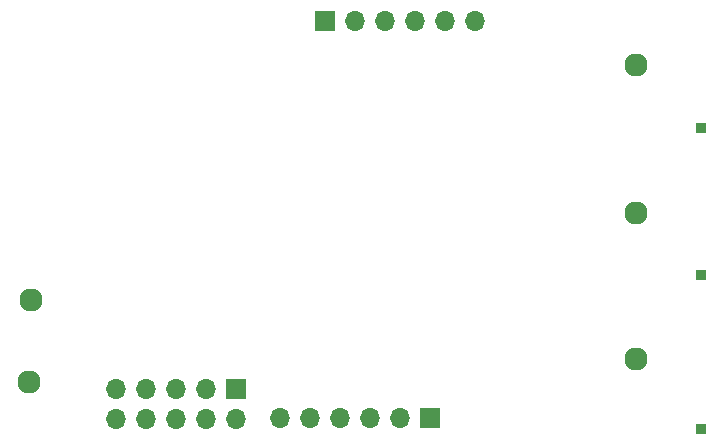
<source format=gbs>
G04 #@! TF.GenerationSoftware,KiCad,Pcbnew,8.0.1*
G04 #@! TF.CreationDate,2024-05-05T00:07:08+03:00*
G04 #@! TF.ProjectId,esc,6573632e-6b69-4636-9164-5f7063625858,rev?*
G04 #@! TF.SameCoordinates,Original*
G04 #@! TF.FileFunction,Soldermask,Bot*
G04 #@! TF.FilePolarity,Negative*
%FSLAX46Y46*%
G04 Gerber Fmt 4.6, Leading zero omitted, Abs format (unit mm)*
G04 Created by KiCad (PCBNEW 8.0.1) date 2024-05-05 00:07:08*
%MOMM*%
%LPD*%
G01*
G04 APERTURE LIST*
%ADD10C,1.959000*%
%ADD11R,1.700000X1.700000*%
%ADD12O,1.700000X1.700000*%
%ADD13R,0.850000X0.850000*%
G04 APERTURE END LIST*
D10*
X101900000Y-50500000D03*
X50500000Y-64750000D03*
X101900000Y-62800000D03*
D11*
X84460000Y-67850000D03*
D12*
X81920000Y-67850000D03*
X79380000Y-67850000D03*
X76840000Y-67850000D03*
X74300000Y-67850000D03*
X71760000Y-67850000D03*
D10*
X101900000Y-37900000D03*
D13*
X107420000Y-43310000D03*
X107400000Y-55710000D03*
D10*
X50650000Y-57870000D03*
D11*
X68065000Y-65385000D03*
D12*
X68065000Y-67925000D03*
X65525000Y-65385000D03*
X65525000Y-67925000D03*
X62985000Y-65385000D03*
X62985000Y-67925000D03*
X60445000Y-65385000D03*
X60445000Y-67925000D03*
X57905000Y-65385000D03*
X57905000Y-67925000D03*
D13*
X107420000Y-68790000D03*
D11*
X75610000Y-34180000D03*
D12*
X78150000Y-34180000D03*
X80690000Y-34180000D03*
X83230000Y-34180000D03*
X85770000Y-34180000D03*
X88310000Y-34180000D03*
M02*

</source>
